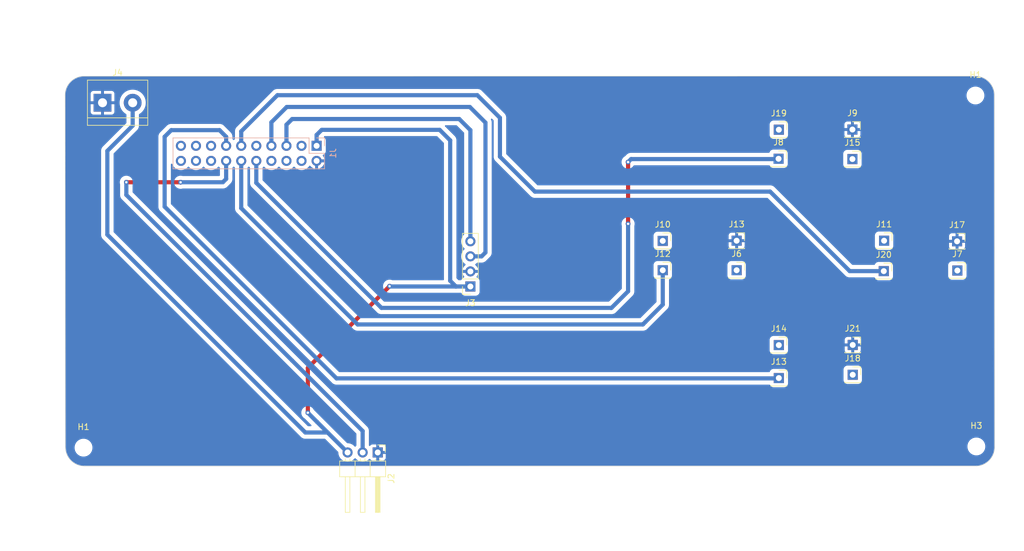
<source format=kicad_pcb>
(kicad_pcb (version 20221018) (generator pcbnew)
  (layers (0 "F.Cu" signal) (31 "B.Cu" signal) (34 "B.Paste" user) (35 "F.Paste" user) (36 "B.SilkS" user "B.Silkscreen") (37 "F.SilkS" user "F.Silkscreen") (38 "B.Mask" user) (39 "F.Mask" user) (44 "Edge.Cuts" user))
  (net 0 "")
  (net 1 "+5V")
  (net 2 "GND")
  (net 5 "GPIO4")
  (net 7 "GPIO6")
  (net 10 "GPIO7")
  (net 11 "GPIO10")
  (net 12 "GPIO9")
  (net 13 "GPIO12")
  (net 14 "GPIO11")
  (footprint "MountingHole:MountingHole_2.5mm" (layer "F.Cu") (at 220.218 70.5612)
    (fp_text reference "H1" (at 0 -3.5) (layer "F.SilkS"))
    (fp_text value "MountingHole" hide)
    (pad "" np_thru_hole circle (at 0 0) (size 2.5 2.5) (drill 2.5) (layers "*.Cu" "*.Mask"))
  )
  (footprint "MountingHole:MountingHole_2.5mm" (layer "F.Cu") (at 69.9516 129.9464)
    (fp_text reference "H1" (at 0 -3.5) (layer "F.SilkS"))
    (fp_text value "MountingHole" hide)
    (pad "" np_thru_hole circle (at 0 0) (size 2.5 2.5) (drill 2.5) (layers "*.Cu" "*.Mask"))
  )
  (footprint "Connector_PinSocket_2.54mm:PinSocket_1x01_P2.54mm_Vertical" (layer "F.Cu") (at 199.4916 76.3016)
    (fp_text reference "J9" (at 0 -2.77) (layer "F.SilkS"))
    (fp_text value "Conn_01x01")
    (fp_line (start -1.33 1.21) (end -1.33 1.33) (stroke (width 0.12)) (layer "F.SilkS"))
    (fp_line (start -1.33 1.33) (end 1.33 1.33) (stroke (width 0.12)) (layer "F.SilkS"))
    (fp_line (start 0 -1.33) (end 1.33 -1.33) (stroke (width 0.12)) (layer "F.SilkS"))
    (fp_line (start 1.33 -1.33) (end 1.33 0) (stroke (width 0.12)) (layer "F.SilkS"))
    (fp_line (start 1.33 1.21) (end 1.33 1.33) (stroke (width 0.12)) (layer "F.SilkS"))
    (pad "1" thru_hole rect (at 0 0) (size 1.7 1.7) (drill 1) (layers "*.Cu" "*.Mask") (net 2 "GND"))
  )
  (footprint "Connector_PinSocket_2.54mm:PinSocket_1x01_P2.54mm_Vertical" (layer "F.Cu") (at 199.5424 112.6236)
    (fp_text reference "J21" (at 0 -2.77) (layer "F.SilkS"))
    (fp_text value "Conn_01x01")
    (fp_line (start -1.33 1.21) (end -1.33 1.33) (stroke (width 0.12)) (layer "F.SilkS"))
    (fp_line (start -1.33 1.33) (end 1.33 1.33) (stroke (width 0.12)) (layer "F.SilkS"))
    (fp_line (start 0 -1.33) (end 1.33 -1.33) (stroke (width 0.12)) (layer "F.SilkS"))
    (fp_line (start 1.33 -1.33) (end 1.33 0) (stroke (width 0.12)) (layer "F.SilkS"))
    (fp_line (start 1.33 1.21) (end 1.33 1.33) (stroke (width 0.12)) (layer "F.SilkS"))
    (pad "1" thru_hole rect (at 0 0) (size 1.7 1.7) (drill 1) (layers "*.Cu" "*.Mask") (net 2 "GND"))
  )
  (footprint "Connector_PinSocket_2.54mm:PinSocket_1x01_P2.54mm_Vertical" (layer "F.Cu") (at 204.8256 95.0468)
    (fp_text reference "J11" (at 0 -2.77) (layer "F.SilkS"))
    (fp_text value "Conn_01x01")
    (fp_line (start -1.33 1.21) (end -1.33 1.33) (stroke (width 0.12)) (layer "F.SilkS"))
    (fp_line (start -1.33 1.33) (end 1.33 1.33) (stroke (width 0.12)) (layer "F.SilkS"))
    (fp_line (start 0 -1.33) (end 1.33 -1.33) (stroke (width 0.12)) (layer "F.SilkS"))
    (fp_line (start 1.33 -1.33) (end 1.33 0) (stroke (width 0.12)) (layer "F.SilkS"))
    (fp_line (start 1.33 1.21) (end 1.33 1.33) (stroke (width 0.12)) (layer "F.SilkS"))
    (pad "1" thru_hole rect (at 0 0) (size 1.7 1.7) (drill 1) (layers "*.Cu" "*.Mask"))
  )
  (footprint "Connector_PinSocket_2.54mm:PinSocket_1x01_P2.54mm_Vertical" (layer "F.Cu") (at 167.5384 100.0252)
    (fp_text reference "J12" (at 0 -2.77) (layer "F.SilkS"))
    (fp_text value "Conn_01x01")
    (fp_line (start -1.33 1.21) (end -1.33 1.33) (stroke (width 0.12)) (layer "F.SilkS"))
    (fp_line (start -1.33 1.33) (end 1.33 1.33) (stroke (width 0.12)) (layer "F.SilkS"))
    (fp_line (start 0 -1.33) (end 1.33 -1.33) (stroke (width 0.12)) (layer "F.SilkS"))
    (fp_line (start 1.33 -1.33) (end 1.33 0) (stroke (width 0.12)) (layer "F.SilkS"))
    (fp_line (start 1.33 1.21) (end 1.33 1.33) (stroke (width 0.12)) (layer "F.SilkS"))
    (pad "1" thru_hole rect (at 0 0) (size 1.7 1.7) (drill 1) (layers "*.Cu" "*.Mask") (net 12 "GPIO9"))
  )
  (footprint "Connector_PinSocket_2.54mm:PinSocket_1x01_P2.54mm_Vertical" (layer "F.Cu") (at 217.1192 95.1484)
    (fp_text reference "J17" (at 0 -2.77) (layer "F.SilkS"))
    (fp_text value "Conn_01x01")
    (fp_line (start -1.33 1.21) (end -1.33 1.33) (stroke (width 0.12)) (layer "F.SilkS"))
    (fp_line (start -1.33 1.33) (end 1.33 1.33) (stroke (width 0.12)) (layer "F.SilkS"))
    (fp_line (start 0 -1.33) (end 1.33 -1.33) (stroke (width 0.12)) (layer "F.SilkS"))
    (fp_line (start 1.33 -1.33) (end 1.33 0) (stroke (width 0.12)) (layer "F.SilkS"))
    (fp_line (start 1.33 1.21) (end 1.33 1.33) (stroke (width 0.12)) (layer "F.SilkS"))
    (pad "1" thru_hole rect (at 0 0) (size 1.7 1.7) (drill 1) (layers "*.Cu" "*.Mask") (net 2 "GND"))
  )
  (footprint "Connector_PinSocket_2.54mm:PinSocket_1x01_P2.54mm_Vertical" (layer "F.Cu") (at 187.0932 118.2116)
    (fp_text reference "J13" (at 0 -2.77) (layer "F.SilkS"))
    (fp_text value "Conn_01x01")
    (fp_line (start -1.33 1.21) (end -1.33 1.33) (stroke (width 0.12)) (layer "F.SilkS"))
    (fp_line (start -1.33 1.33) (end 1.33 1.33) (stroke (width 0.12)) (layer "F.SilkS"))
    (fp_line (start 0 -1.33) (end 1.33 -1.33) (stroke (width 0.12)) (layer "F.SilkS"))
    (fp_line (start 1.33 -1.33) (end 1.33 0) (stroke (width 0.12)) (layer "F.SilkS"))
    (fp_line (start 1.33 1.21) (end 1.33 1.33) (stroke (width 0.12)) (layer "F.SilkS"))
    (pad "1" thru_hole rect (at 0 0) (size 1.7 1.7) (drill 1) (layers "*.Cu" "*.Mask") (net 13 "GPIO12"))
  )
  (footprint "Connector_PinSocket_2.54mm:PinSocket_1x01_P2.54mm_Vertical" (layer "F.Cu") (at 187.0456 81.2292)
    (fp_text reference "J8" (at 0 -2.77) (layer "F.SilkS"))
    (fp_text value "Conn_01x01")
    (fp_line (start -1.33 1.21) (end -1.33 1.33) (stroke (width 0.12)) (layer "F.SilkS"))
    (fp_line (start -1.33 1.33) (end 1.33 1.33) (stroke (width 0.12)) (layer "F.SilkS"))
    (fp_line (start 0 -1.33) (end 1.33 -1.33) (stroke (width 0.12)) (layer "F.SilkS"))
    (fp_line (start 1.33 -1.33) (end 1.33 0) (stroke (width 0.12)) (layer "F.SilkS"))
    (fp_line (start 1.33 1.21) (end 1.33 1.33) (stroke (width 0.12)) (layer "F.SilkS"))
    (pad "1" thru_hole rect (at 0 0) (size 1.7 1.7) (drill 1) (layers "*.Cu" "*.Mask") (net 10 "GPIO7"))
  )
  (footprint "Connector_PinSocket_2.54mm:PinSocket_1x01_P2.54mm_Vertical" (layer "F.Cu") (at 217.17 100.076)
    (fp_text reference "J7" (at 0 -2.77) (layer "F.SilkS"))
    (fp_text value "Conn_01x01")
    (fp_line (start -1.33 1.21) (end -1.33 1.33) (stroke (width 0.12)) (layer "F.SilkS"))
    (fp_line (start -1.33 1.33) (end 1.33 1.33) (stroke (width 0.12)) (layer "F.SilkS"))
    (fp_line (start 0 -1.33) (end 1.33 -1.33) (stroke (width 0.12)) (layer "F.SilkS"))
    (fp_line (start 1.33 -1.33) (end 1.33 0) (stroke (width 0.12)) (layer "F.SilkS"))
    (fp_line (start 1.33 1.21) (end 1.33 1.33) (stroke (width 0.12)) (layer "F.SilkS"))
    (pad "1" thru_hole rect (at 0 0) (size 1.7 1.7) (drill 1) (layers "*.Cu" "*.Mask"))
  )
  (footprint "MountingHole:MountingHole_2.5mm" (layer "F.Cu") (at 220.3704 129.7432)
    (fp_text reference "H3" (at 0 -3.5) (layer "F.SilkS"))
    (fp_text value "MountingHole" hide)
    (pad "" np_thru_hole circle (at 0 0) (size 2.5 2.5) (drill 2.5) (layers "*.Cu" "*.Mask"))
  )
  (footprint "TerminalBlock:TerminalBlock_bornier-2_P5.08mm" (layer "F.Cu") (at 73.152 71.7804)
    (fp_text reference "J4" (at 2.54 -5.08) (layer "F.SilkS"))
    (fp_text value "Conn_01x02")
    (fp_line (start -2.54 -3.81) (end -2.54 3.81) (stroke (width 0.12)) (layer "F.SilkS"))
    (fp_line (start -2.54 3.81) (end 7.62 3.81) (stroke (width 0.12)) (layer "F.SilkS"))
    (fp_line (start 7.62 -3.81) (end -2.54 -3.81) (stroke (width 0.12)) (layer "F.SilkS"))
    (fp_line (start 7.62 2.54) (end -2.54 2.54) (stroke (width 0.12)) (layer "F.SilkS"))
    (fp_line (start 7.62 3.81) (end 7.62 -3.81) (stroke (width 0.12)) (layer "F.SilkS"))
    (pad "1" thru_hole rect (at 0 0) (size 3 3) (drill 1.52) (layers "*.Cu" "*.Mask") (net 2 "GND"))
    (pad "2" thru_hole circle (at 5.08 0) (size 3 3) (drill 1.52) (layers "*.Cu" "*.Mask") (net 1 "+5V"))
  )
  (footprint "Connector_PinSocket_2.54mm:PinSocket_1x01_P2.54mm_Vertical" (layer "F.Cu") (at 179.9844 100.0252)
    (fp_text reference "J6" (at 0 -2.77) (layer "F.SilkS"))
    (fp_text value "Conn_01x01")
    (fp_line (start -1.33 1.21) (end -1.33 1.33) (stroke (width 0.12)) (layer "F.SilkS"))
    (fp_line (start -1.33 1.33) (end 1.33 1.33) (stroke (width 0.12)) (layer "F.SilkS"))
    (fp_line (start 0 -1.33) (end 1.33 -1.33) (stroke (width 0.12)) (layer "F.SilkS"))
    (fp_line (start 1.33 -1.33) (end 1.33 0) (stroke (width 0.12)) (layer "F.SilkS"))
    (fp_line (start 1.33 1.21) (end 1.33 1.33) (stroke (width 0.12)) (layer "F.SilkS"))
    (pad "1" thru_hole rect (at 0 0) (size 1.7 1.7) (drill 1) (layers "*.Cu" "*.Mask"))
  )
  (footprint "Connector_PinSocket_2.54mm:PinSocket_1x01_P2.54mm_Vertical" (layer "F.Cu") (at 199.5424 117.6528)
    (fp_text reference "J18" (at 0 -2.77) (layer "F.SilkS"))
    (fp_text value "Conn_01x01")
    (fp_line (start -1.33 1.21) (end -1.33 1.33) (stroke (width 0.12)) (layer "F.SilkS"))
    (fp_line (start -1.33 1.33) (end 1.33 1.33) (stroke (width 0.12)) (layer "F.SilkS"))
    (fp_line (start 0 -1.33) (end 1.33 -1.33) (stroke (width 0.12)) (layer "F.SilkS"))
    (fp_line (start 1.33 -1.33) (end 1.33 0) (stroke (width 0.12)) (layer "F.SilkS"))
    (fp_line (start 1.33 1.21) (end 1.33 1.33) (stroke (width 0.12)) (layer "F.SilkS"))
    (pad "1" thru_hole rect (at 0 0) (size 1.7 1.7) (drill 1) (layers "*.Cu" "*.Mask"))
  )
  (footprint "Connector_PinSocket_2.54mm:PinSocket_1x01_P2.54mm_Vertical" (layer "F.Cu") (at 167.5352 95.076)
    (fp_text reference "J10" (at 0 -2.77) (layer "F.SilkS"))
    (fp_text value "Conn_01x01")
    (fp_line (start -1.33 1.21) (end -1.33 1.33) (stroke (width 0.12)) (layer "F.SilkS"))
    (fp_line (start -1.33 1.33) (end 1.33 1.33) (stroke (width 0.12)) (layer "F.SilkS"))
    (fp_line (start 0 -1.33) (end 1.33 -1.33) (stroke (width 0.12)) (layer "F.SilkS"))
    (fp_line (start 1.33 -1.33) (end 1.33 0) (stroke (width 0.12)) (layer "F.SilkS"))
    (fp_line (start 1.33 1.21) (end 1.33 1.33) (stroke (width 0.12)) (layer "F.SilkS"))
    (pad "1" thru_hole rect (at 0 0) (size 1.7 1.7) (drill 1) (layers "*.Cu" "*.Mask"))
  )
  (footprint "Connector_PinSocket_2.54mm:PinSocket_1x01_P2.54mm_Vertical" (layer "F.Cu") (at 199.4916 81.28)
    (fp_text reference "J15" (at 0 -2.77) (layer "F.SilkS"))
    (fp_text value "Conn_01x01")
    (fp_line (start -1.33 1.21) (end -1.33 1.33) (stroke (width 0.12)) (layer "F.SilkS"))
    (fp_line (start -1.33 1.33) (end 1.33 1.33) (stroke (width 0.12)) (layer "F.SilkS"))
    (fp_line (start 0 -1.33) (end 1.33 -1.33) (stroke (width 0.12)) (layer "F.SilkS"))
    (fp_line (start 1.33 -1.33) (end 1.33 0) (stroke (width 0.12)) (layer "F.SilkS"))
    (fp_line (start 1.33 1.21) (end 1.33 1.33) (stroke (width 0.12)) (layer "F.SilkS"))
    (pad "1" thru_hole rect (at 0 0) (size 1.7 1.7) (drill 1) (layers "*.Cu" "*.Mask"))
  )
  (footprint "Connector_PinSocket_2.54mm:PinSocket_1x01_P2.54mm_Vertical" (layer "F.Cu") (at 187.0932 112.6528)
    (fp_text reference "J14" (at 0 -2.77) (layer "F.SilkS"))
    (fp_text value "Conn_01x01")
    (fp_line (start -1.33 1.21) (end -1.33 1.33) (stroke (width 0.12)) (layer "F.SilkS"))
    (fp_line (start -1.33 1.33) (end 1.33 1.33) (stroke (width 0.12)) (layer "F.SilkS"))
    (fp_line (start 0 -1.33) (end 1.33 -1.33) (stroke (width 0.12)) (layer "F.SilkS"))
    (fp_line (start 1.33 -1.33) (end 1.33 0) (stroke (width 0.12)) (layer "F.SilkS"))
    (fp_line (start 1.33 1.21) (end 1.33 1.33) (stroke (width 0.12)) (layer "F.SilkS"))
    (pad "1" thru_hole rect (at 0 0) (size 1.7 1.7) (drill 1) (layers "*.Cu" "*.Mask"))
  )
  (footprint "Connector_PinSocket_2.54mm:PinSocket_1x01_P2.54mm_Vertical" (layer "F.Cu") (at 187.0932 76.3308)
    (fp_text reference "J19" (at 0 -2.77) (layer "F.SilkS"))
    (fp_text value "Conn_01x01")
    (fp_line (start -1.33 1.21) (end -1.33 1.33) (stroke (width 0.12)) (layer "F.SilkS"))
    (fp_line (start -1.33 1.33) (end 1.33 1.33) (stroke (width 0.12)) (layer "F.SilkS"))
    (fp_line (start 0 -1.33) (end 1.33 -1.33) (stroke (width 0.12)) (layer "F.SilkS"))
    (fp_line (start 1.33 -1.33) (end 1.33 0) (stroke (width 0.12)) (layer "F.SilkS"))
    (fp_line (start 1.33 1.21) (end 1.33 1.33) (stroke (width 0.12)) (layer "F.SilkS"))
    (pad "1" thru_hole rect (at 0 0) (size 1.7 1.7) (drill 1) (layers "*.Cu" "*.Mask"))
  )
  (footprint "Connector_PinSocket_2.54mm:PinSocket_1x04_P2.54mm_Vertical" (layer "F.Cu") (at 135.128 102.7684 180)
    (fp_text reference "J3" (at 0 -2.77) (layer "F.SilkS"))
    (fp_text value "Conn_01x04")
    (fp_line (start -1.33 1.27) (end -1.33 8.95) (stroke (width 0.12)) (layer "F.SilkS"))
    (fp_line (start -1.33 1.27) (end 1.33 1.27) (stroke (width 0.12)) (layer "F.SilkS"))
    (fp_line (start -1.33 8.95) (end 1.33 8.95) (stroke (width 0.12)) (layer "F.SilkS"))
    (fp_line (start 0 -1.33) (end 1.33 -1.33) (stroke (width 0.12)) (layer "F.SilkS"))
    (fp_line (start 1.33 -1.33) (end 1.33 0) (stroke (width 0.12)) (layer "F.SilkS"))
    (fp_line (start 1.33 1.27) (end 1.33 8.95) (stroke (width 0.12)) (layer "F.SilkS"))
    (pad "1" thru_hole rect (at 0 0 180) (size 1.7 1.7) (drill 1) (layers "*.Cu" "*.Mask") (net 1 "+5V"))
    (pad "2" thru_hole oval (at 0 2.54 180) (size 1.7 1.7) (drill 1) (layers "*.Cu" "*.Mask") (net 2 "GND"))
    (pad "3" thru_hole oval (at 0 5.08 180) (size 1.7 1.7) (drill 1) (layers "*.Cu" "*.Mask") (net 7 "GPIO6"))
    (pad "4" thru_hole oval (at 0 7.62 180) (size 1.7 1.7) (drill 1) (layers "*.Cu" "*.Mask") (net 5 "GPIO4"))
  )
  (footprint "Connector_PinSocket_2.54mm:PinSocket_1x01_P2.54mm_Vertical" (layer "F.Cu") (at 204.7748 100.1776)
    (fp_text reference "J20" (at 0 -2.77) (layer "F.SilkS"))
    (fp_text value "Conn_01x01")
    (fp_line (start -1.33 1.21) (end -1.33 1.33) (stroke (width 0.12)) (layer "F.SilkS"))
    (fp_line (start -1.33 1.33) (end 1.33 1.33) (stroke (width 0.12)) (layer "F.SilkS"))
    (fp_line (start 0 -1.33) (end 1.33 -1.33) (stroke (width 0.12)) (layer "F.SilkS"))
    (fp_line (start 1.33 -1.33) (end 1.33 0) (stroke (width 0.12)) (layer "F.SilkS"))
    (fp_line (start 1.33 1.21) (end 1.33 1.33) (stroke (width 0.12)) (layer "F.SilkS"))
    (pad "1" thru_hole rect (at 0 0) (size 1.7 1.7) (drill 1) (layers "*.Cu" "*.Mask") (net 11 "GPIO10"))
  )
  (footprint "Connector_PinHeader_2.54mm:PinHeader_1x03_P2.54mm_Horizontal" (layer "F.Cu") (at 119.5174 130.753 -90)
    (fp_text reference "J2" (at 4.385 -2.27 90) (layer "F.SilkS"))
    (fp_text value "Conn_01x03")
    (fp_line (start -1.27 -1.27) (end 0 -1.27) (stroke (width 0.12)) (layer "F.SilkS"))
    (fp_line (start -1.27 0) (end -1.27 -1.27) (stroke (width 0.12)) (layer "F.SilkS"))
    (fp_line (start 1.042929 2.16) (end 1.44 2.16) (stroke (width 0.12)) (layer "F.SilkS"))
    (fp_line (start 1.042929 2.92) (end 1.44 2.92) (stroke (width 0.12)) (layer "F.SilkS"))
    (fp_line (start 1.042929 4.7) (end 1.44 4.7) (stroke (width 0.12)) (layer "F.SilkS"))
    (fp_line (start 1.042929 5.46) (end 1.44 5.46) (stroke (width 0.12)) (layer "F.SilkS"))
    (fp_line (start 1.11 -0.38) (end 1.44 -0.38) (stroke (width 0.12)) (layer "F.SilkS"))
    (fp_line (start 1.11 0.38) (end 1.44 0.38) (stroke (width 0.12)) (layer "F.SilkS"))
    (fp_line (start 1.44 -1.33) (end 1.44 6.41) (stroke (width 0.12)) (layer "F.SilkS"))
    (fp_line (start 1.44 1.27) (end 4.1 1.27) (stroke (width 0.12)) (layer "F.SilkS"))
    (fp_line (start 1.44 3.81) (end 4.1 3.81) (stroke (width 0.12)) (layer "F.SilkS"))
    (fp_line (start 1.44 6.41) (end 4.1 6.41) (stroke (width 0.12)) (layer "F.SilkS"))
    (fp_line (start 4.1 -1.33) (end 1.44 -1.33) (stroke (width 0.12)) (layer "F.SilkS"))
    (fp_line (start 4.1 -0.38) (end 10.1 -0.38) (stroke (width 0.12)) (layer "F.SilkS"))
    (fp_line (start 4.1 -0.32) (end 10.1 -0.32) (stroke (width 0.12)) (layer "F.SilkS"))
    (fp_line (start 4.1 -0.2) (end 10.1 -0.2) (stroke (width 0.12)) (layer "F.SilkS"))
    (fp_line (start 4.1 -0.08) (end 10.1 -0.08) (stroke (width 0.12)) (layer "F.SilkS"))
    (fp_line (start 4.1 0.04) (end 10.1 0.04) (stroke (width 0.12)) (layer "F.SilkS"))
    (fp_line (start 4.1 0.16) (end 10.1 0.16) (stroke (width 0.12)) (layer "F.SilkS"))
    (fp_line (start 4.1 0.28) (end 10.1 0.28) (stroke (width 0.12)) (layer "F.SilkS"))
    (fp_line (start 4.1 2.16) (end 10.1 2.16) (stroke (width 0.12)) (layer "F.SilkS"))
    (fp_line (start 4.1 4.7) (end 10.1 4.7) (stroke (width 0.12)) (layer "F.SilkS"))
    (fp_line (start 4.1 6.41) (end 4.1 -1.33) (stroke (width 0.12)) (layer "F.SilkS"))
    (fp_line (start 10.1 -0.38) (end 10.1 0.38) (stroke (width 0.12)) (layer "F.SilkS"))
    (fp_line (start 10.1 0.38) (end 4.1 0.38) (stroke (width 0.12)) (layer "F.SilkS"))
    (fp_line (start 10.1 2.16) (end 10.1 2.92) (stroke (width 0.12)) (layer "F.SilkS"))
    (fp_line (start 10.1 2.92) (end 4.1 2.92) (stroke (width 0.12)) (layer "F.SilkS"))
    (fp_line (start 10.1 4.7) (end 10.1 5.46) (stroke (width 0.12)) (layer "F.SilkS"))
    (fp_line (start 10.1 5.46) (end 4.1 5.46) (stroke (width 0.12)) (layer "F.SilkS"))
    (pad "1" thru_hole rect (at 0 0 270) (size 1.7 1.7) (drill 1) (layers "*.Cu" "*.Mask") (net 2 "GND"))
    (pad "2" thru_hole oval (at 0 2.54 270) (size 1.7 1.7) (drill 1) (layers "*.Cu" "*.Mask") (net 14 "GPIO11"))
    (pad "3" thru_hole oval (at 0 5.08 270) (size 1.7 1.7) (drill 1) (layers "*.Cu" "*.Mask") (net 1 "+5V"))
  )
  (footprint "Connector_PinSocket_2.54mm:PinSocket_1x01_P2.54mm_Vertical" (layer "F.Cu") (at 179.9844 95.0468)
    (fp_text reference "J13" (at 0 -2.77) (layer "F.SilkS"))
    (fp_text value "Conn_01x01")
    (fp_line (start -1.33 1.21) (end -1.33 1.33) (stroke (width 0.12)) (layer "F.SilkS"))
    (fp_line (start -1.33 1.33) (end 1.33 1.33) (stroke (width 0.12)) (layer "F.SilkS"))
    (fp_line (start 0 -1.33) (end 1.33 -1.33) (stroke (width 0.12)) (layer "F.SilkS"))
    (fp_line (start 1.33 -1.33) (end 1.33 0) (stroke (width 0.12)) (layer "F.SilkS"))
    (fp_line (start 1.33 1.21) (end 1.33 1.33) (stroke (width 0.12)) (layer "F.SilkS"))
    (pad "1" thru_hole rect (at 0 0) (size 1.7 1.7) (drill 1) (layers "*.Cu" "*.Mask") (net 2 "GND"))
  )
  (footprint "Connector_PinSocket_2.54mm:PinSocket_2x10_P2.54mm_Vertical" (layer "B.Cu") (at 109.22 79.0448 90)
    (fp_text reference "J1" (at -1.27 2.77 90) (layer "B.SilkS") (effects (justify mirror)))
    (fp_text value "Conn_02x05_Odd_Even")
    (fp_line (start -3.87 -24.19) (end 1.33 -24.19) (stroke (width 0.12)) (layer "B.SilkS"))
    (fp_line (start -3.87 1.33) (end -3.87 -24.19) (stroke (width 0.12)) (layer "B.SilkS"))
    (fp_line (start -3.87 1.33) (end -1.27 1.33) (stroke (width 0.12)) (layer "B.SilkS"))
    (fp_line (start -1.27 -1.27) (end 1.33 -1.27) (stroke (width 0.12)) (layer "B.SilkS"))
    (fp_line (start -1.27 1.33) (end -1.27 -1.27) (stroke (width 0.12)) (layer "B.SilkS"))
    (fp_line (start 0 1.33) (end 1.33 1.33) (stroke (width 0.12)) (layer "B.SilkS"))
    (fp_line (start 1.33 -1.27) (end 1.33 -24.19) (stroke (width 0.12)) (layer "B.SilkS"))
    (fp_line (start 1.33 1.33) (end 1.33 0) (stroke (width 0.12)) (layer "B.SilkS"))
    (pad "1" thru_hole rect (at 0 0 90) (size 1.7 1.7) (drill 1) (layers "*.Cu" "*.Mask") (net 1 "+5V"))
    (pad "2" thru_hole oval (at -2.54 0 90) (size 1.7 1.7) (drill 1) (layers "*.Cu" "*.Mask") (net 2 "GND"))
    (pad "3" thru_hole oval (at 0 -2.54 90) (size 1.7 1.7) (drill 1) (layers "*.Cu" "*.Mask"))
    (pad "4" thru_hole oval (at -2.54 -2.54 90) (size 1.7 1.7) (drill 1) (layers "*.Cu" "*.Mask"))
    (pad "5" thru_hole oval (at 0 -5.08 90) (size 1.7 1.7) (drill 1) (layers "*.Cu" "*.Mask") (net 5 "GPIO4"))
    (pad "6" thru_hole oval (at -2.54 -5.08 90) (size 1.7 1.7) (drill 1) (layers "*.Cu" "*.Mask"))
    (pad "7" thru_hole oval (at 0 -7.62 90) (size 1.7 1.7) (drill 1) (layers "*.Cu" "*.Mask") (net 7 "GPIO6"))
    (pad "8" thru_hole oval (at -2.54 -7.62 90) (size 1.7 1.7) (drill 1) (layers "*.Cu" "*.Mask"))
    (pad "9" thru_hole oval (at 0 -10.16 90) (size 1.7 1.7) (drill 1) (layers "*.Cu" "*.Mask"))
    (pad "10" thru_hole oval (at -2.54 -10.16 90) (size 1.7 1.7) (drill 1) (layers "*.Cu" "*.Mask") (net 10 "GPIO7"))
    (pad "11" thru_hole oval (at 0 -12.7 90) (size 1.7 1.7) (drill 1) (layers "*.Cu" "*.Mask") (net 11 "GPIO10"))
    (pad "12" thru_hole oval (at -2.54 -12.7 90) (size 1.7 1.7) (drill 1) (layers "*.Cu" "*.Mask") (net 12 "GPIO9"))
    (pad "13" thru_hole oval (at 0 -15.24 90) (size 1.7 1.7) (drill 1) (layers "*.Cu" "*.Mask") (net 13 "GPIO12"))
    (pad "14" thru_hole oval (at -2.54 -15.24 90) (size 1.7 1.7) (drill 1) (layers "*.Cu" "*.Mask") (net 14 "GPIO11"))
    (pad "15" thru_hole oval (at 0 -17.78 90) (size 1.7 1.7) (drill 1) (layers "*.Cu" "*.Mask"))
    (pad "16" thru_hole oval (at -2.54 -17.78 90) (size 1.7 1.7) (drill 1) (layers "*.Cu" "*.Mask"))
    (pad "17" thru_hole oval (at 0 -20.32 90) (size 1.7 1.7) (drill 1) (layers "*.Cu" "*.Mask"))
    (pad "18" thru_hole oval (at -2.54 -20.32 90) (size 1.7 1.7) (drill 1) (layers "*.Cu" "*.Mask"))
    (pad "19" thru_hole oval (at 0 -22.86 90) (size 1.7 1.7) (drill 1) (layers "*.Cu" "*.Mask"))
    (pad "20" thru_hole oval (at -2.54 -22.86 90) (size 1.7 1.7) (drill 1) (layers "*.Cu" "*.Mask"))
  )
  (gr_arc (start 66.850862 70.612) (mid 67.716398 68.31922) (end 69.949662 67.31) (stroke (width 0.1)) (layer "Edge.Cuts"))
  (gr_arc (start 220.162351 67.294503) (mid 222.409919 68.197517) (end 223.401341 70.407511) (stroke (width 0.1)) (layer "Edge.Cuts"))
  (gr_arc (start 70.1548 133.045199) (mid 67.900947 132.159465) (end 66.91361 129.948234) (stroke (width 0.1)) (layer "Edge.Cuts"))
  (gr_line (start 220.416351 133.036485) (end 70.1548 133.0452) (stroke (width 0.1)) (layer "Edge.Cuts"))
  (gr_arc (start 223.438089 129.738) (mid 222.600631 132.002088) (end 220.4212 133.040121) (stroke (width 0.1)) (layer "Edge.Cuts"))
  (gr_line (start 223.401341 70.407511) (end 223.434222 129.738122) (stroke (width 0.1)) (layer "Edge.Cuts"))
  (gr_line (start 66.850862 70.612) (end 66.910382 129.948338) (stroke (width 0.1)) (layer "Edge.Cuts"))
  (gr_line (start 220.162351 67.294503) (end 69.949662 67.31) (stroke (width 0.1)) (layer "Edge.Cuts"))
  (segment (start 107.7468 116.4844) (end 121.5136 102.7176) (width 0.7) (layer "F.Cu") (net 1))
  (segment (start 107.7468 124.0536) (end 107.7468 116.4844) (width 0.7) (layer "F.Cu") (net 1))
  (via (at 107.7468 124.0536) (size 0.8) (drill 0.4) (layers "F.Cu" "B.Cu") (net 1))
  (via (at 121.5136 102.7176) (size 0.8) (drill 0.4) (layers "F.Cu" "B.Cu") (net 1))
  (segment (start 78.232 72.136) (end 78.232 75.6412) (width 0.7) (layer "B.Cu") (net 1))
  (segment (start 73.9648 79.9084) (end 73.9648 94.0308) (width 0.7) (layer "B.Cu") (net 1))
  (segment (start 109.262 125.5776) (end 109.2918 125.6074) (width 0.7) (layer "B.Cu") (net 1))
  (segment (start 107.3194 127.3854) (end 111.0698 127.3854) (width 0.7) (layer "B.Cu") (net 1))
  (segment (start 135.128 102.7684) (end 132.6896 102.7684) (width 0.7) (layer "B.Cu") (net 1))
  (segment (start 110.0836 76.3524) (end 109.22 77.216) (width 0.7) (layer "B.Cu") (net 1))
  (segment (start 109.22 77.216) (end 109.22 79.0448) (width 0.7) (layer "B.Cu") (net 1))
  (segment (start 114.4374 130.753) (end 111.0698 127.3854) (width 0.7) (layer "B.Cu") (net 1))
  (segment (start 111.0698 127.3854) (end 109.2918 125.6074) (width 0.7) (layer "B.Cu") (net 1))
  (segment (start 78.232 75.6412) (end 73.9648 79.9084) (width 0.7) (layer "B.Cu") (net 1))
  (segment (start 121.5644 102.7684) (end 121.5136 102.7176) (width 0.7) (layer "B.Cu") (net 1))
  (segment (start 131.7244 78.1304) (end 129.9464 76.3524) (width 0.7) (layer "B.Cu") (net 1))
  (segment (start 73.9648 94.0308) (end 107.3194 127.3854) (width 0.7) (layer "B.Cu") (net 1))
  (segment (start 129.9464 76.3524) (end 110.0836 76.3524) (width 0.7) (layer "B.Cu") (net 1))
  (segment (start 131.7244 101.8032) (end 131.7244 78.1304) (width 0.7) (layer "B.Cu") (net 1))
  (segment (start 132.6896 102.7684) (end 121.5644 102.7684) (width 0.7) (layer "B.Cu") (net 1))
  (segment (start 132.6896 102.7684) (end 131.7244 101.8032) (width 0.7) (layer "B.Cu") (net 1))
  (segment (start 109.2918 125.6074) (end 107.738 124.0536) (width 0.7) (layer "B.Cu") (net 1))
  (segment (start 133.2484 74.5236) (end 105.1052 74.5236) (width 0.7) (layer "B.Cu") (net 5))
  (segment (start 104.14 75.4888) (end 104.14 79.0448) (width 0.7) (layer "B.Cu") (net 5))
  (segment (start 135.128 76.4032) (end 133.2484 74.5236) (width 0.7) (layer "B.Cu") (net 5))
  (segment (start 135.128 95.1484) (end 135.128 76.4032) (width 0.7) (layer "B.Cu") (net 5))
  (segment (start 105.1052 74.5236) (end 104.14 75.4888) (width 0.7) (layer "B.Cu") (net 5))
  (segment (start 104.1908 72.4916) (end 101.6 75.0824) (width 0.7) (layer "B.Cu") (net 7))
  (segment (start 135.128 97.6884) (end 137.0076 97.6884) (width 0.7) (layer "B.Cu") (net 7))
  (segment (start 137.668 75.1332) (end 135.0264 72.4916) (width 0.7) (layer "B.Cu") (net 7))
  (segment (start 137.0076 97.6884) (end 137.668 97.028) (width 0.7) (layer "B.Cu") (net 7))
  (segment (start 135.0264 72.4916) (end 104.1908 72.4916) (width 0.7) (layer "B.Cu") (net 7))
  (segment (start 137.668 97.028) (end 137.668 75.1332) (width 0.7) (layer "B.Cu") (net 7))
  (segment (start 101.6 75.0824) (end 101.6 79.0448) (width 0.7) (layer "B.Cu") (net 7))
  (segment (start 161.6964 81.788) (end 161.6964 92.202) (width 0.7) (layer "F.Cu") (net 10))
  (via (at 161.6964 92.202) (size 0.8) (drill 0.4) (layers "F.Cu" "B.Cu") (net 10))
  (via (at 161.6964 81.788) (size 0.8) (drill 0.4) (layers "F.Cu" "B.Cu") (net 10))
  (segment (start 99.06 85.2932) (end 99.06 81.5848) (width 0.7) (layer "B.Cu") (net 10))
  (segment (start 158.8008 106.3752) (end 120.142 106.3752) (width 0.7) (layer "B.Cu") (net 10))
  (segment (start 187.0456 81.2292) (end 186.7408 81.534) (width 0.7) (layer "B.Cu") (net 10))
  (segment (start 187.0456 81.2292) (end 186.9948 81.28) (width 0.7) (layer "B.Cu") (net 10))
  (segment (start 161.6964 103.5812) (end 158.9024 106.3752) (width 0.7) (layer "B.Cu") (net 10))
  (segment (start 158.9024 106.3752) (end 158.8008 106.3752) (width 0.7) (layer "B.Cu") (net 10))
  (segment (start 186.9948 81.28) (end 162.2044 81.28) (width 0.7) (layer "B.Cu") (net 10))
  (segment (start 120.142 106.3752) (end 99.06 85.2932) (width 0.7) (layer "B.Cu") (net 10))
  (segment (start 162.2044 81.28) (end 161.6964 81.788) (width 0.7) (layer "B.Cu") (net 10))
  (segment (start 161.6964 92.202) (end 161.6964 103.5812) (width 0.7) (layer "B.Cu") (net 10))
  (segment (start 204.7748 100.1776) (end 199.0344 100.1776) (width 0.7) (layer "B.Cu") (net 11))
  (segment (start 136.2964 70.5104) (end 102.616 70.5104) (width 0.7) (layer "B.Cu") (net 11))
  (segment (start 102.616 70.5104) (end 96.52 76.6064) (width 0.7) (layer "B.Cu") (net 11))
  (segment (start 140.1064 80.8736) (end 140.1064 74.3204) (width 0.7) (layer "B.Cu") (net 11))
  (segment (start 140.1064 74.3204) (end 136.2964 70.5104) (width 0.7) (layer "B.Cu") (net 11))
  (segment (start 185.6232 86.7664) (end 145.9992 86.7664) (width 0.7) (layer "B.Cu") (net 11))
  (segment (start 96.52 76.6064) (end 96.52 79.0448) (width 0.7) (layer "B.Cu") (net 11))
  (segment (start 199.0344 100.1776) (end 185.6232 86.7664) (width 0.7) (layer "B.Cu") (net 11))
  (segment (start 145.9992 86.7664) (end 140.1064 80.8736) (width 0.7) (layer "B.Cu") (net 11))
  (segment (start 164.592 108.7628) (end 164.2872 109.0676) (width 0.7) (layer "B.Cu") (net 12))
  (segment (start 167.5384 100.0252) (end 167.5384 105.8164) (width 0.7) (layer "B.Cu") (net 12))
  (segment (start 96.52 89.5604) (end 96.52 81.5848) (width 0.7) (layer "B.Cu") (net 12))
  (segment (start 116.1288 109.1692) (end 96.52 89.5604) (width 0.7) (layer "B.Cu") (net 12))
  (segment (start 167.5384 105.8164) (end 164.592 108.7628) (width 0.7) (layer "B.Cu") (net 12))
  (segment (start 164.2872 109.0676) (end 164.2364 109.1184) (width 0.7) (layer "B.Cu") (net 12))
  (segment (start 164.2364 109.1184) (end 164.1856 109.1692) (width 0.7) (layer "B.Cu") (net 12))
  (segment (start 164.1856 109.1692) (end 116.1288 109.1692) (width 0.7) (layer "B.Cu") (net 12))
  (segment (start 187.0424 118.2624) (end 112.5728 118.2624) (width 0.7) (layer "B.Cu") (net 13))
  (segment (start 92.8624 76.4032) (end 93.98 77.5208) (width 0.7) (layer "B.Cu") (net 13))
  (segment (start 187.0932 118.2116) (end 186.9916 118.3132) (width 0.7) (layer "B.Cu") (net 13))
  (segment (start 187.0932 118.2116) (end 187.0424 118.2624) (width 0.7) (layer "B.Cu") (net 13))
  (segment (start 84.7344 76.4032) (end 92.8624 76.4032) (width 0.7) (layer "B.Cu") (net 13))
  (segment (start 83.6168 89.3064) (end 83.6168 77.5208) (width 0.7) (layer "B.Cu") (net 13))
  (segment (start 93.98 77.5208) (end 93.98 79.0448) (width 0.7) (layer "B.Cu") (net 13))
  (segment (start 112.5728 118.2624) (end 83.6168 89.3064) (width 0.7) (layer "B.Cu") (net 13))
  (segment (start 83.6168 77.5208) (end 84.7344 76.4032) (width 0.7) (layer "B.Cu") (net 13))
  (segment (start 77.1652 85.1916) (end 86.3092 85.1916) (width 0.7) (layer "F.Cu") (net 14))
  (via (at 86.3092 85.1916) (size 0.8) (drill 0.4) (layers "F.Cu" "B.Cu") (net 14))
  (via (at 77.1652 85.1916) (size 0.8) (drill 0.4) (layers "F.Cu" "B.Cu") (net 14))
  (segment (start 77.1652 87.3252) (end 77.1652 85.1916) (width 0.7) (layer "B.Cu") (net 14))
  (segment (start 105.1052 115.2652) (end 77.1652 87.3252) (width 0.7) (layer "B.Cu") (net 14))
  (segment (start 116.9774 127.1374) (end 105.1052 115.2652) (width 0.7) (layer "B.Cu") (net 14))
  (segment (start 93.98 81.5848) (end 93.98 84.6328) (width 0.7) (layer "B.Cu") (net 14))
  (segment (start 116.9774 130.753) (end 116.9774 127.1374) (width 0.7) (layer "B.Cu") (net 14))
  (segment (start 93.98 84.6328) (end 93.4212 85.1916) (width 0.7) (layer "B.Cu") (net 14))
  (segment (start 93.4212 85.1916) (end 86.3092 85.1916) (width 0.7) (layer "B.Cu") (net 14))
  (zone (net 2) (net_name "GND") (layer "B.Cu") (connect_pads (clearance 0.5)) (min_thickness 0.25) (fill yes (thermal_gap 0.5) (thermal_bridge_width 0.5))
    (polygon (pts (xy 58.7756 56.2864) (xy 227.33 54.4576) (xy 228.3968 145.7452) (xy 55.88 147.3708) (xy 58.8264 56.2864)))
  )
)
</source>
